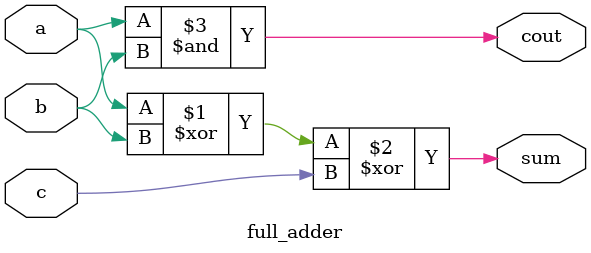
<source format=v>
`timescale 1ns / 1ps
module full_adder(cout,sum,a,b,c);
input a,b,c;
output sum,cout;
assign sum=a^b^c;
assign cout=a&b;
endmodule

</source>
